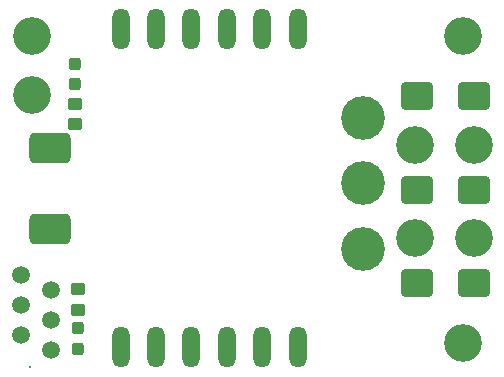
<source format=gts>
G04 Layer_Color=8388736*
%FSLAX24Y24*%
%MOIN*%
G70*
G01*
G75*
%ADD28C,0.0591*%
G04:AMPARAMS|DCode=50|XSize=102.4mil|YSize=137.8mil|CornerRadius=18.1mil|HoleSize=0mil|Usage=FLASHONLY|Rotation=270.000|XOffset=0mil|YOffset=0mil|HoleType=Round|Shape=RoundedRectangle|*
%AMROUNDEDRECTD50*
21,1,0.1024,0.1016,0,0,270.0*
21,1,0.0661,0.1378,0,0,270.0*
1,1,0.0362,-0.0508,-0.0331*
1,1,0.0362,-0.0508,0.0331*
1,1,0.0362,0.0508,0.0331*
1,1,0.0362,0.0508,-0.0331*
%
%ADD50ROUNDEDRECTD50*%
G04:AMPARAMS|DCode=51|XSize=47.2mil|YSize=43.3mil|CornerRadius=8.4mil|HoleSize=0mil|Usage=FLASHONLY|Rotation=180.000|XOffset=0mil|YOffset=0mil|HoleType=Round|Shape=RoundedRectangle|*
%AMROUNDEDRECTD51*
21,1,0.0472,0.0266,0,0,180.0*
21,1,0.0305,0.0433,0,0,180.0*
1,1,0.0167,-0.0153,0.0133*
1,1,0.0167,0.0153,0.0133*
1,1,0.0167,0.0153,-0.0133*
1,1,0.0167,-0.0153,-0.0133*
%
%ADD51ROUNDEDRECTD51*%
G04:AMPARAMS|DCode=52|XSize=39.4mil|YSize=39.4mil|CornerRadius=7.9mil|HoleSize=0mil|Usage=FLASHONLY|Rotation=90.000|XOffset=0mil|YOffset=0mil|HoleType=Round|Shape=RoundedRectangle|*
%AMROUNDEDRECTD52*
21,1,0.0394,0.0236,0,0,90.0*
21,1,0.0236,0.0394,0,0,90.0*
1,1,0.0157,0.0118,0.0118*
1,1,0.0157,0.0118,-0.0118*
1,1,0.0157,-0.0118,-0.0118*
1,1,0.0157,-0.0118,0.0118*
%
%ADD52ROUNDEDRECTD52*%
G04:AMPARAMS|DCode=53|XSize=106.3mil|YSize=94.5mil|CornerRadius=14.8mil|HoleSize=0mil|Usage=FLASHONLY|Rotation=0.000|XOffset=0mil|YOffset=0mil|HoleType=Round|Shape=RoundedRectangle|*
%AMROUNDEDRECTD53*
21,1,0.1063,0.0650,0,0,0.0*
21,1,0.0768,0.0945,0,0,0.0*
1,1,0.0295,0.0384,-0.0325*
1,1,0.0295,-0.0384,-0.0325*
1,1,0.0295,-0.0384,0.0325*
1,1,0.0295,0.0384,0.0325*
%
%ADD53ROUNDEDRECTD53*%
%ADD54O,0.0579X0.1378*%
%ADD55C,0.1457*%
%ADD56C,0.0079*%
%ADD57C,0.1260*%
%ADD58C,0.1260*%
D28*
X614Y3445D02*
D03*
Y1445D02*
D03*
Y2445D02*
D03*
X1614Y1945D02*
D03*
Y2945D02*
D03*
Y945D02*
D03*
D50*
X1575Y5000D02*
D03*
Y7677D02*
D03*
D51*
X2402Y8484D02*
D03*
Y9154D02*
D03*
X2520Y2303D02*
D03*
Y2972D02*
D03*
D52*
X2402Y10492D02*
D03*
Y9823D02*
D03*
X2520Y1004D02*
D03*
Y1673D02*
D03*
D53*
X15709Y6299D02*
D03*
X13819D02*
D03*
X15709Y3189D02*
D03*
X13819D02*
D03*
X15709Y9409D02*
D03*
X13819D02*
D03*
D54*
X9843Y11654D02*
D03*
X8661D02*
D03*
X7480D02*
D03*
X6299D02*
D03*
X5118D02*
D03*
X3937D02*
D03*
X9843Y1055D02*
D03*
X8661D02*
D03*
X7480D02*
D03*
X6299D02*
D03*
X5118D02*
D03*
X3937D02*
D03*
D55*
X12008Y8701D02*
D03*
Y6512D02*
D03*
Y4323D02*
D03*
D56*
X906Y394D02*
D03*
D57*
X15709Y4685D02*
D03*
X13740Y4685D02*
D03*
X15709Y7795D02*
D03*
X13740D02*
D03*
X984Y11417D02*
D03*
Y9449D02*
D03*
D58*
X15354Y11417D02*
D03*
Y1181D02*
D03*
M02*

</source>
